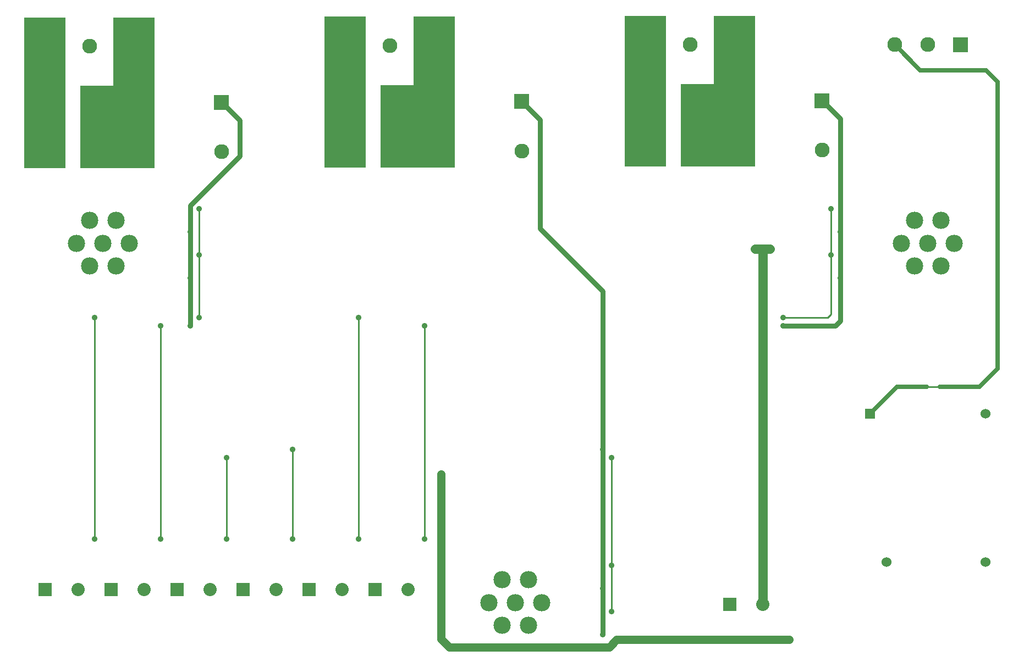
<source format=gbr>
G04 start of page 3 for group 1 idx 1 *
G04 Title: (unknown), bottom *
G04 Creator: pcb 20140316 *
G04 CreationDate: Wed 29 Apr 2020 12:31:51 AM GMT UTC *
G04 For: railfan *
G04 Format: Gerber/RS-274X *
G04 PCB-Dimensions (mil): 6000.00 4000.00 *
G04 PCB-Coordinate-Origin: lower left *
%MOIN*%
%FSLAX25Y25*%
%LNBOTTOM*%
%ADD46C,0.0480*%
%ADD45C,0.0520*%
%ADD44C,0.0750*%
%ADD43C,0.0200*%
%ADD42C,0.0360*%
%ADD41C,0.0600*%
%ADD40C,0.0800*%
%ADD39C,0.0900*%
%ADD38C,0.1050*%
%ADD37C,0.0250*%
%ADD36C,0.0300*%
%ADD35C,0.0100*%
%ADD34C,0.0550*%
%ADD33C,0.0500*%
%ADD32C,0.0001*%
G54D32*G36*
X184500Y296000D02*Y387500D01*
X209500D01*
Y296000D01*
X184500D01*
G37*
G36*
X218500D02*Y346000D01*
X263500D01*
Y296000D01*
X218500D01*
G37*
G36*
X263500D02*X238500D01*
Y387500D01*
X263500D01*
Y296000D01*
G37*
G36*
X366500Y296500D02*Y388000D01*
X391500D01*
Y296500D01*
X366500D01*
G37*
G36*
X2500Y295500D02*Y387000D01*
X27500D01*
Y295500D01*
X2500D01*
G37*
G36*
X36500D02*Y345500D01*
X81500D01*
Y295500D01*
X36500D01*
G37*
G36*
X81500D02*X56500D01*
Y387000D01*
X81500D01*
Y295500D01*
G37*
G36*
X400500Y296500D02*Y346500D01*
X445500D01*
Y296500D01*
X400500D01*
G37*
G36*
X445500D02*X420500D01*
Y388000D01*
X445500D01*
Y296500D01*
G37*
G54D33*X466000Y9500D02*X361500D01*
G54D34*X450000Y31000D02*Y246500D01*
X445500D02*X454500D01*
G54D33*X361500Y9500D02*X357000Y5000D01*
G54D35*X358500Y26500D02*Y120000D01*
G54D36*X353000Y12500D02*Y221000D01*
X315000Y325000D02*X304000Y336000D01*
X315000Y325000D02*Y259000D01*
X353000Y221000D01*
G54D33*X357000Y5000D02*X260000D01*
X255000Y10000D01*
G54D35*X45000Y70500D02*Y205000D01*
X108500Y271000D02*Y205000D01*
X85000Y70500D02*Y200000D01*
X125000Y70500D02*Y120000D01*
X165000Y70500D02*Y125000D01*
X205000Y70500D02*Y205000D01*
X245000Y70500D02*Y200000D01*
G54D33*X255000Y10000D02*Y110000D01*
G54D36*X103000Y200000D02*Y273000D01*
X133000Y303000D01*
Y324500D01*
X122000Y335500D01*
G54D37*X592500Y348000D02*Y174000D01*
X581500Y163000D01*
X531500D02*X515000Y146500D01*
X531500Y163000D02*X549500D01*
G54D35*X557500D01*
G54D37*X581500D01*
X530000Y370500D02*X545500Y355000D01*
X585500D01*
X592500Y348000D01*
G54D36*X497000Y325500D02*X486000Y336500D01*
X497000Y325500D02*Y203000D01*
G54D35*X491500Y271000D02*Y207000D01*
G54D36*X497000Y203000D02*X494000Y200000D01*
G54D35*X491500Y207000D02*X489500Y205000D01*
G54D36*X494000Y200000D02*X462500D01*
G54D35*X489500Y205000D02*X462500D01*
G54D38*X292000Y45856D03*
G54D32*G36*
X299500Y340500D02*Y331500D01*
X308500D01*
Y340500D01*
X299500D01*
G37*
G54D39*X304000Y306000D03*
X244000Y336000D03*
X224000D03*
X204000D03*
Y306000D03*
X224000D03*
X244000D03*
G54D32*G36*
X239500Y374500D02*Y365500D01*
X248500D01*
Y374500D01*
X239500D01*
G37*
G54D39*X224000Y370000D03*
X204000D03*
G54D32*G36*
X426000Y35000D02*Y27000D01*
X434000D01*
Y35000D01*
X426000D01*
G37*
G54D40*X450000Y31000D03*
G54D38*X300000Y32000D03*
X316000Y32000D03*
X308000Y45856D03*
X284000Y32000D03*
X292000Y18144D03*
X308000D03*
G54D32*G36*
X512000Y149500D02*Y143500D01*
X518000D01*
Y149500D01*
X512000D01*
G37*
G54D41*X525000Y56500D03*
X585000D03*
Y146500D03*
G54D38*X550000Y250000D03*
X542000Y263856D03*
X534000Y250000D03*
X542000Y236144D03*
X558000Y263856D03*
X558000Y236144D03*
X566000Y250000D03*
G54D32*G36*
X565500Y375000D02*Y366000D01*
X574500D01*
Y375000D01*
X565500D01*
G37*
G54D39*X550000Y370500D03*
X530000D03*
G54D32*G36*
X481500Y341000D02*Y332000D01*
X490500D01*
Y341000D01*
X481500D01*
G37*
G54D39*X486000Y306500D03*
X426000Y336500D03*
Y306500D03*
G54D32*G36*
X421500Y375000D02*Y366000D01*
X430500D01*
Y375000D01*
X421500D01*
G37*
G54D39*X406000Y336500D03*
X386000D03*
Y306500D03*
X406000D03*
Y370500D03*
X386000D03*
G54D38*X50000Y250000D03*
X58000Y263856D03*
X42000D03*
X34000Y250000D03*
X42000Y236144D03*
X58000D03*
X66000Y250000D03*
G54D32*G36*
X117500Y340000D02*Y331000D01*
X126500D01*
Y340000D01*
X117500D01*
G37*
G54D39*X122000Y305500D03*
X62000Y335500D03*
Y305500D03*
G54D32*G36*
X57500Y374000D02*Y365000D01*
X66500D01*
Y374000D01*
X57500D01*
G37*
G54D39*X42000Y335500D03*
X22000D03*
Y305500D03*
X42000D03*
Y369500D03*
X22000D03*
G54D32*G36*
X51000Y44000D02*Y36000D01*
X59000D01*
Y44000D01*
X51000D01*
G37*
G36*
X11000D02*Y36000D01*
X19000D01*
Y44000D01*
X11000D01*
G37*
G54D40*X35000Y40000D03*
X75000D03*
G54D32*G36*
X131000Y44000D02*Y36000D01*
X139000D01*
Y44000D01*
X131000D01*
G37*
G36*
X91000D02*Y36000D01*
X99000D01*
Y44000D01*
X91000D01*
G37*
G54D40*X115000Y40000D03*
X155000D03*
G54D32*G36*
X211000Y44000D02*Y36000D01*
X219000D01*
Y44000D01*
X211000D01*
G37*
G54D40*X235000Y40000D03*
G54D32*G36*
X171000Y44000D02*Y36000D01*
X179000D01*
Y44000D01*
X171000D01*
G37*
G54D40*X195000Y40000D03*
G54D42*X108500Y271000D03*
Y243000D03*
X103000Y257000D03*
Y229000D03*
X45000Y70500D03*
Y205000D03*
X108500D03*
X85000Y70500D03*
Y200000D03*
X103000D03*
X125000Y70500D03*
Y120000D03*
X491500Y271000D03*
Y243000D03*
X497000Y257000D03*
Y229000D03*
X460500Y9500D03*
X466000D03*
X445500Y246500D03*
X450000D03*
X454500D03*
X462500Y205000D03*
Y200000D03*
X165000Y70500D03*
Y125000D03*
X205000Y205000D03*
X245000Y200000D03*
X205000Y70500D03*
X245000D03*
X255000Y110000D03*
Y105500D03*
X358500Y120000D03*
X353000Y125000D03*
X358500Y54500D03*
Y26500D03*
X353000Y40500D03*
Y12500D03*
G54D43*G54D44*G54D45*G54D34*G54D46*G54D44*G54D36*G54D44*G54D34*G54D45*G54D34*G54D45*G54D34*G54D44*G54D45*G54D34*G54D45*G54D34*G54D46*M02*

</source>
